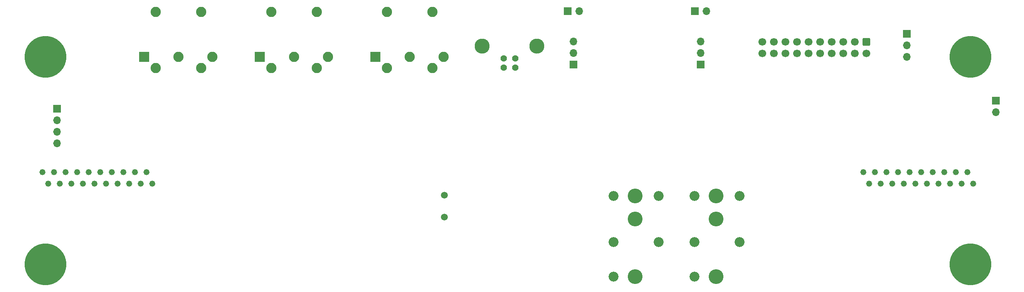
<source format=gbr>
%TF.GenerationSoftware,KiCad,Pcbnew,(6.0.5-0)*%
%TF.CreationDate,2022-06-25T13:19:04+02:00*%
%TF.ProjectId,hoatzin,686f6174-7a69-46e2-9e6b-696361645f70,rev?*%
%TF.SameCoordinates,Original*%
%TF.FileFunction,Soldermask,Bot*%
%TF.FilePolarity,Negative*%
%FSLAX46Y46*%
G04 Gerber Fmt 4.6, Leading zero omitted, Abs format (unit mm)*
G04 Created by KiCad (PCBNEW (6.0.5-0)) date 2022-06-25 13:19:04*
%MOMM*%
%LPD*%
G01*
G04 APERTURE LIST*
G04 Aperture macros list*
%AMRoundRect*
0 Rectangle with rounded corners*
0 $1 Rounding radius*
0 $2 $3 $4 $5 $6 $7 $8 $9 X,Y pos of 4 corners*
0 Add a 4 corners polygon primitive as box body*
4,1,4,$2,$3,$4,$5,$6,$7,$8,$9,$2,$3,0*
0 Add four circle primitives for the rounded corners*
1,1,$1+$1,$2,$3*
1,1,$1+$1,$4,$5*
1,1,$1+$1,$6,$7*
1,1,$1+$1,$8,$9*
0 Add four rect primitives between the rounded corners*
20,1,$1+$1,$2,$3,$4,$5,0*
20,1,$1+$1,$4,$5,$6,$7,0*
20,1,$1+$1,$6,$7,$8,$9,0*
20,1,$1+$1,$8,$9,$2,$3,0*%
G04 Aperture macros list end*
%ADD10C,3.316000*%
%ADD11C,1.428000*%
%ADD12R,1.700000X1.700000*%
%ADD13O,1.700000X1.700000*%
%ADD14C,9.200000*%
%ADD15RoundRect,0.250000X-0.600000X0.600000X-0.600000X-0.600000X0.600000X-0.600000X0.600000X0.600000X0*%
%ADD16C,1.700000*%
%ADD17C,1.500000*%
%ADD18R,2.250000X2.250000*%
%ADD19C,2.250000*%
%ADD20C,1.320800*%
%ADD21C,3.251200*%
%ADD22C,2.172000*%
G04 APERTURE END LIST*
D10*
%TO.C,J6*%
X136601000Y-61176000D03*
X148641000Y-61176000D03*
D11*
X141371000Y-65886000D03*
X143871000Y-65886000D03*
X143871000Y-63886000D03*
X141371000Y-63886000D03*
%TD*%
D12*
%TO.C,J11*%
X184597000Y-65197000D03*
D13*
X184597000Y-62657000D03*
X184597000Y-60117000D03*
%TD*%
D14*
%TO.C,H3*%
X40640000Y-109220000D03*
%TD*%
D15*
%TO.C,J7*%
X220980000Y-60207500D03*
D16*
X220980000Y-62747500D03*
X218440000Y-60207500D03*
X218440000Y-62747500D03*
X215900000Y-60207500D03*
X215900000Y-62747500D03*
X213360000Y-60207500D03*
X213360000Y-62747500D03*
X210820000Y-60207500D03*
X210820000Y-62747500D03*
X208280000Y-60207500D03*
X208280000Y-62747500D03*
X205740000Y-60207500D03*
X205740000Y-62747500D03*
X203200000Y-60207500D03*
X203200000Y-62747500D03*
X200660000Y-60207500D03*
X200660000Y-62747500D03*
X198120000Y-60207500D03*
X198120000Y-62747500D03*
%TD*%
D17*
%TO.C,e1*%
X128270000Y-93979998D03*
X128270000Y-98859998D03*
%TD*%
D18*
%TO.C,J4*%
X62350000Y-63529000D03*
D19*
X69850000Y-63529000D03*
X77350000Y-63529000D03*
X64850000Y-66029000D03*
X74850000Y-66029000D03*
X64850000Y-53629000D03*
X74850000Y-53629000D03*
%TD*%
D12*
%TO.C,J16*%
X249450000Y-73210000D03*
D13*
X249450000Y-75750000D03*
%TD*%
D14*
%TO.C,H1*%
X40640000Y-63500000D03*
%TD*%
D12*
%TO.C,J10*%
X229870000Y-58435000D03*
D13*
X229870000Y-60975000D03*
X229870000Y-63515000D03*
%TD*%
D14*
%TO.C,H2*%
X243840000Y-109220000D03*
%TD*%
D12*
%TO.C,J14*%
X156657000Y-65212000D03*
D13*
X156657000Y-62672000D03*
X156657000Y-60132000D03*
%TD*%
D12*
%TO.C,J13*%
X183327000Y-53462000D03*
D13*
X185867000Y-53462000D03*
%TD*%
D14*
%TO.C,H4*%
X243840000Y-63500000D03*
%TD*%
D18*
%TO.C,J3*%
X113150000Y-63529000D03*
D19*
X120650000Y-63529000D03*
X128150000Y-63529000D03*
X115650000Y-66029000D03*
X125650000Y-66029000D03*
X115650000Y-53629000D03*
X125650000Y-53629000D03*
%TD*%
D12*
%TO.C,J12*%
X155387000Y-53462000D03*
D13*
X157927000Y-53462000D03*
%TD*%
D18*
%TO.C,J5*%
X87750000Y-63529000D03*
D19*
X95250000Y-63529000D03*
X102750000Y-63529000D03*
X90250000Y-66029000D03*
X100250000Y-66029000D03*
X90250000Y-53629000D03*
X100250000Y-53629000D03*
%TD*%
D20*
%TO.C,J2*%
X220345000Y-88900000D03*
X221615000Y-91440000D03*
X222885000Y-88900000D03*
X224155000Y-91440000D03*
X225425000Y-88900000D03*
X226695000Y-91440000D03*
X227965000Y-88900000D03*
X229235000Y-91440000D03*
X230505000Y-88900000D03*
X231775000Y-91440000D03*
X233045000Y-88900000D03*
X234315000Y-91440000D03*
X235585000Y-88900000D03*
X236855000Y-91440000D03*
X238125000Y-88900000D03*
X239395000Y-91440000D03*
X240665000Y-88900000D03*
X241935000Y-91440000D03*
X243205000Y-88900000D03*
X244475000Y-91440000D03*
%TD*%
D21*
%TO.C,J9*%
X187960000Y-99263000D03*
X187960000Y-111963000D03*
X187960000Y-94183000D03*
D22*
X183210000Y-104343000D03*
X193116000Y-104343000D03*
X183210000Y-111963000D03*
X183210000Y-94183000D03*
X193116000Y-94183000D03*
%TD*%
D21*
%TO.C,J8*%
X170240000Y-94183000D03*
X170240000Y-99263000D03*
X170240000Y-111963000D03*
D22*
X165490000Y-104343000D03*
X175396000Y-104343000D03*
X165490000Y-111963000D03*
X165490000Y-94183000D03*
X175396000Y-94183000D03*
%TD*%
D12*
%TO.C,J15*%
X43180000Y-74930000D03*
D13*
X43180000Y-77470000D03*
X43180000Y-80010000D03*
X43180000Y-82550000D03*
%TD*%
D20*
%TO.C,J1*%
X40005000Y-88900000D03*
X41275000Y-91440000D03*
X42545000Y-88900000D03*
X43815000Y-91440000D03*
X45085000Y-88900000D03*
X46355000Y-91440000D03*
X47625000Y-88900000D03*
X48895000Y-91440000D03*
X50165000Y-88900000D03*
X51435000Y-91440000D03*
X52705000Y-88900000D03*
X53975000Y-91440000D03*
X55245000Y-88900000D03*
X56515000Y-91440000D03*
X57785000Y-88900000D03*
X59055000Y-91440000D03*
X60325000Y-88900000D03*
X61595000Y-91440000D03*
X62865000Y-88900000D03*
X64135000Y-91440000D03*
%TD*%
M02*

</source>
